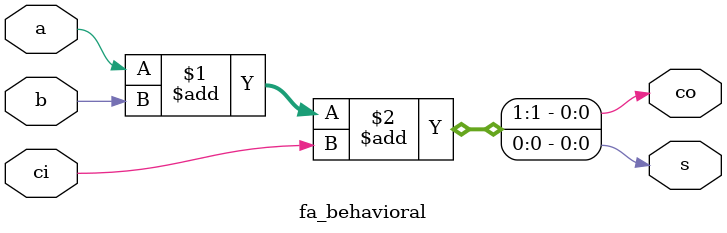
<source format=v>
module fa_structural (a, b, ci, s, co);
    input a, b, ci;
    output s, co;

    wire ab, bc, ca;

    xor (s, a, b, ci);
    and (ab, a, b);
    and (bc, b, ci);
    and (ca, ci, a);
    or  (co, ab, bc, ca);

endmodule


module fa_dataflow(a, b, ci, s, co);
    input a, b, ci;
    output s, co;

    assign s = a^b^c;
    assign co = a^b | b&ci | ci&a;
endmodule

module fa_behavioral (a, b, ci, s, co);
    input a, b, ci;
    output s, co;

    assign {co, s} = a + b + ci;
endmodule

</source>
